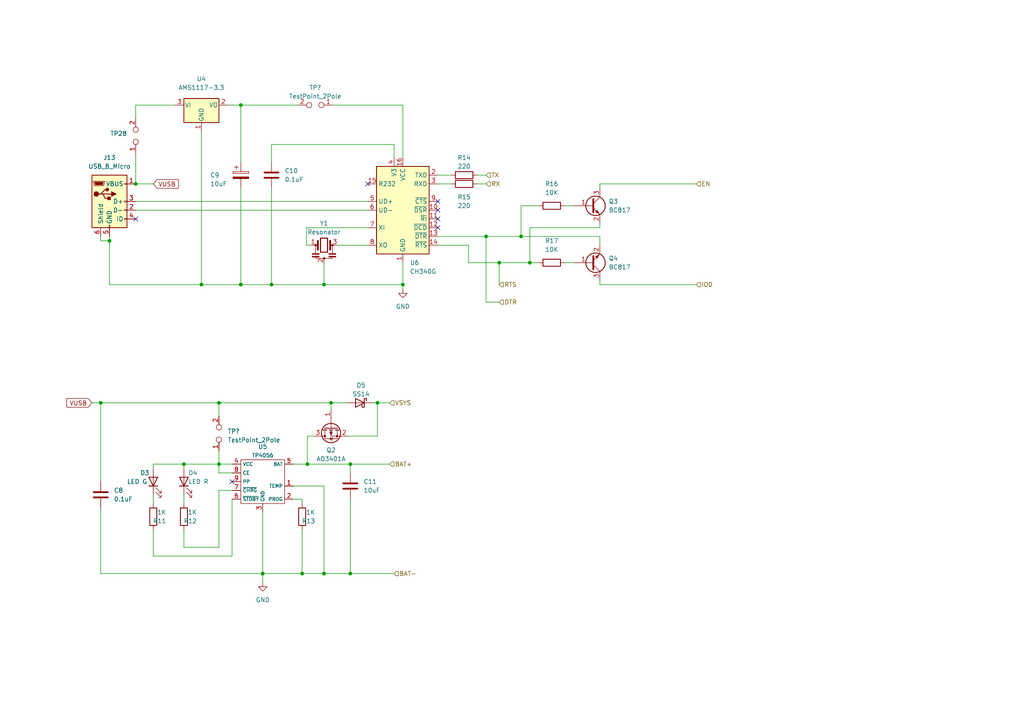
<source format=kicad_sch>
(kicad_sch (version 20230121) (generator eeschema)
  (paper "A4")
  (lib_symbols
    (symbol "Connector:TestPoint_2Pole" (pin_names (offset 0.762) hide)
      (property "Reference" "TP" (at 0 1.524 0))
      (property "Value" "TestPoint_2Pole" (at 0 -1.778 0))
      (symbol "TestPoint_2Pole_0_1"
        (circle (center -1.778 0) (radius 0.762))
        (circle (center 1.778 0) (radius 0.762))
        (pin passive line (at -5.08 0 0) (length 2.54) (name "1") (number "1"))
        (pin passive line (at 5.08 0 180) (length 2.54) (name "2") (number "2"))
      )
    )
    (symbol "Connector:USB_B_Micro" (pin_names (offset 1.016))
      (property "Reference" "J" (at -5.08 11.43 0))
      (property "Value" "USB_B_Micro" (at -5.08 8.89 0))
      (symbol "USB_B_Micro_0_1"
        (rectangle (start -5.08 -7.62) (end 5.08 7.62) (stroke (width 0.254)) (fill (type background)))
        (circle (center -3.81 2.159) (radius 0.635) (stroke (width 0.254)) (fill (type outline)))
        (circle (center -0.635 3.429) (radius 0.381) (stroke (width 0.254)) (fill (type outline)))
        (rectangle (start -0.127 -7.62) (end 0.127 -6.858))
        (polyline (pts (xy -1.905 2.159) (xy 0.635 2.159)) (stroke (width 0.254)))
        (polyline (pts (xy -3.175 2.159) (xy -2.54 2.159) (xy -1.27 3.429) (xy -0.635 3.429)) (stroke (width 0.254)))
        (polyline (pts (xy -2.54 2.159) (xy -1.905 2.159) (xy -1.27 0.889) (xy 0 0.889)) (stroke (width 0.254)))
        (polyline (pts (xy 0.635 2.794) (xy 0.635 1.524) (xy 1.905 2.159) (xy 0.635 2.794)) (stroke (width 0.254)) (fill (type outline)))
        (polyline (pts (xy -4.318 5.588) (xy -1.778 5.588) (xy -2.032 4.826) (xy -4.064 4.826) (xy -4.318 5.588)) (fill (type outline)))
        (polyline (pts (xy -4.699 5.842) (xy -4.699 5.588) (xy -4.445 4.826) (xy -4.445 4.572) (xy -1.651 4.572) (xy -1.651 4.826) (xy -1.397 5.588) (xy -1.397 5.842) (xy -4.699 5.842)))
        (rectangle (start 0.254 1.27) (end -0.508 0.508) (stroke (width 0.254)) (fill (type outline)))
        (rectangle (start 5.08 -5.207) (end 4.318 -4.953))
        (rectangle (start 5.08 -2.667) (end 4.318 -2.413))
        (rectangle (start 5.08 -0.127) (end 4.318 0.127))
        (rectangle (start 5.08 4.953) (end 4.318 5.207))
      )
      (symbol "USB_B_Micro_1_1"
        (pin power_out line (at 7.62 5.08 180) (length 2.54) (name "VBUS") (number "1"))
        (pin bidirectional line (at 7.62 -2.54 180) (length 2.54) (name "D-") (number "2"))
        (pin bidirectional line (at 7.62 0 180) (length 2.54) (name "D+") (number "3"))
        (pin passive line (at 7.62 -5.08 180) (length 2.54) (name "ID") (number "4"))
        (pin power_out line (at 0 -10.16 90) (length 2.54) (name "GND") (number "5"))
        (pin passive line (at -2.54 -10.16 90) (length 2.54) (name "Shield") (number "6"))
      )
    )
    (symbol "Device:C" (pin_numbers hide) (pin_names (offset 0.254))
      (property "Reference" "C" (at 0.635 2.54 0))
      (property "Value" "C" (at 0.635 -2.54 0))
      (symbol "C_0_1"
        (polyline (pts (xy -2.032 -0.762) (xy 2.032 -0.762)) (stroke (width 0.508)))
        (polyline (pts (xy -2.032 0.762) (xy 2.032 0.762)) (stroke (width 0.508)))
      )
      (symbol "C_1_1"
        (pin passive line (at 0 3.81 270) (length 2.794) (name "~") (number "1"))
        (pin passive line (at 0 -3.81 90) (length 2.794) (name "~") (number "2"))
      )
    )
    (symbol "Device:C_Polarized" (pin_numbers hide) (pin_names (offset 0.254))
      (property "Reference" "C" (at 0.635 2.54 0))
      (property "Value" "C_Polarized" (at 0.635 -2.54 0))
      (symbol "C_Polarized_0_1"
        (rectangle (start -2.286 0.508) (end 2.286 1.016))
        (polyline (pts (xy -1.778 2.286) (xy -0.762 2.286)))
        (polyline (pts (xy -1.27 2.794) (xy -1.27 1.778)))
        (rectangle (start 2.286 -0.508) (end -2.286 -1.016) (fill (type outline)))
      )
      (symbol "C_Polarized_1_1"
        (pin passive line (at 0 3.81 270) (length 2.794) (name "~") (number "1"))
        (pin passive line (at 0 -3.81 90) (length 2.794) (name "~") (number "2"))
      )
    )
    (symbol "Device:LED" (pin_numbers hide) (pin_names (offset 1.016) hide)
      (property "Reference" "D" (at 0 2.54 0))
      (property "Value" "LED" (at 0 -2.54 0))
      (symbol "LED_0_1"
        (polyline (pts (xy -1.27 -1.27) (xy -1.27 1.27)) (stroke (width 0.254)))
        (polyline (pts (xy -1.27 0) (xy 1.27 0)))
        (polyline (pts (xy 1.27 -1.27) (xy 1.27 1.27) (xy -1.27 0) (xy 1.27 -1.27)) (stroke (width 0.254)))
        (polyline (pts (xy -3.048 -0.762) (xy -4.572 -2.286) (xy -3.81 -2.286) (xy -4.572 -2.286) (xy -4.572 -1.524)))
        (polyline (pts (xy -1.778 -0.762) (xy -3.302 -2.286) (xy -2.54 -2.286) (xy -3.302 -2.286) (xy -3.302 -1.524)))
      )
      (symbol "LED_1_1"
        (pin passive line (at -3.81 0 0) (length 2.54) (name "K") (number "1"))
        (pin passive line (at 3.81 0 180) (length 2.54) (name "A") (number "2"))
      )
    )
    (symbol "Device:R" (pin_numbers hide) (pin_names (offset 0))
      (property "Reference" "R" (at 2.032 0 90))
      (property "Value" "R" (at 0 0 90))
      (symbol "R_0_1"
        (rectangle (start -1.016 -2.54) (end 1.016 2.54) (stroke (width 0.254)))
      )
      (symbol "R_1_1"
        (pin passive line (at 0 3.81 270) (length 1.27) (name "~") (number "1"))
        (pin passive line (at 0 -3.81 90) (length 1.27) (name "~") (number "2"))
      )
    )
    (symbol "Device:Resonator" (pin_names (offset 1.016) hide)
      (property "Reference" "Y" (at 0 5.715 0))
      (property "Value" "Resonator" (at 0 3.81 0))
      (symbol "Resonator_0_1"
        (rectangle (start -3.429 -3.175) (end -1.397 -3.429) (fill (type outline)))
        (rectangle (start -3.429 -2.413) (end -1.397 -2.667) (fill (type outline)))
        (circle (center -2.413 0) (radius 0.254) (fill (type outline)))
        (rectangle (start -1.016 2.032) (end 1.016 -2.032) (stroke (width 0.3048)))
        (circle (center 0 -3.81) (radius 0.254) (fill (type outline)))
        (polyline (pts (xy -2.413 -2.413) (xy -2.413 0)))
        (polyline (pts (xy -1.905 0) (xy -3.175 0)))
        (polyline (pts (xy -1.778 -1.27) (xy -1.778 1.27)) (stroke (width 0.508)))
        (polyline (pts (xy 1.778 -1.27) (xy 1.778 1.27)) (stroke (width 0.508)))
        (polyline (pts (xy 1.905 0) (xy 2.54 0)))
        (polyline (pts (xy 2.413 0) (xy 2.413 -2.54)))
        (polyline (pts (xy 2.413 -3.302) (xy 2.413 -3.81) (xy -2.413 -3.81) (xy -2.413 -3.302)))
        (rectangle (start 1.397 -3.175) (end 3.429 -3.429) (fill (type outline)))
        (rectangle (start 1.397 -2.413) (end 3.429 -2.667) (fill (type outline)))
        (circle (center 2.413 0) (radius 0.254) (fill (type outline)))
      )
      (symbol "Resonator_1_1"
        (pin passive line (at -3.81 0 0) (length 1.27) (name "1") (number "1"))
        (pin passive line (at 0 -5.08 90) (length 1.27) (name "2") (number "2"))
        (pin passive line (at 3.81 0 180) (length 1.27) (name "3") (number "3"))
      )
    )
    (symbol "Diode:1N5819" (pin_numbers hide) (pin_names (offset 1.016) hide)
      (property "Reference" "D" (at 0 2.54 0))
      (property "Value" "1N5819" (at 0 -2.54 0))
      (symbol "1N5819_0_1"
        (polyline (pts (xy 1.27 0) (xy -1.27 0)))
        (polyline (pts (xy 1.27 1.27) (xy 1.27 -1.27) (xy -1.27 0) (xy 1.27 1.27)) (stroke (width 0.254)))
        (polyline (pts (xy -1.905 0.635) (xy -1.905 1.27) (xy -1.27 1.27) (xy -1.27 -1.27) (xy -0.635 -1.27) (xy -0.635 -0.635)) (stroke (width 0.254)))
      )
      (symbol "1N5819_1_1"
        (pin passive line (at -3.81 0 0) (length 2.54) (name "K") (number "1"))
        (pin passive line (at 3.81 0 180) (length 2.54) (name "A") (number "2"))
      )
    )
    (symbol "Interface_USB:CH340G"
      (property "Reference" "U" (at -5.08 13.97 0))
      (property "Value" "CH340G" (at 1.27 13.97 0))
      (symbol "CH340G_0_1"
        (rectangle (start -7.62 12.7) (end 7.62 -12.7) (stroke (width 0.254)) (fill (type background)))
      )
      (symbol "CH340G_1_1"
        (pin power_in line (at 0 -15.24 90) (length 2.54) (name "GND") (number "1"))
        (pin input line (at 10.16 0 180) (length 2.54) (name "~{DSR}") (number "10"))
        (pin input line (at 10.16 -2.54 180) (length 2.54) (name "~{RI}") (number "11"))
        (pin input line (at 10.16 -5.08 180) (length 2.54) (name "~{DCD}") (number "12"))
        (pin output line (at 10.16 -7.62 180) (length 2.54) (name "~{DTR}") (number "13"))
        (pin output line (at 10.16 -10.16 180) (length 2.54) (name "~{RTS}") (number "14"))
        (pin input line (at -10.16 7.62 0) (length 2.54) (name "R232") (number "15"))
        (pin power_in line (at 0 15.24 270) (length 2.54) (name "VCC") (number "16"))
        (pin output line (at 10.16 10.16 180) (length 2.54) (name "TXD") (number "2"))
        (pin input line (at 10.16 7.62 180) (length 2.54) (name "RXD") (number "3"))
        (pin passive line (at -2.54 15.24 270) (length 2.54) (name "V3") (number "4"))
        (pin bidirectional line (at -10.16 2.54 0) (length 2.54) (name "UD+") (number "5"))
        (pin bidirectional line (at -10.16 0 0) (length 2.54) (name "UD-") (number "6"))
        (pin input line (at -10.16 -5.08 0) (length 2.54) (name "XI") (number "7"))
        (pin output line (at -10.16 -10.16 0) (length 2.54) (name "XO") (number "8"))
        (pin input line (at 10.16 2.54 180) (length 2.54) (name "~{CTS}") (number "9"))
      )
    )
    (symbol "Regulator_Linear:AMS1117-3.3" (pin_names (offset 0.254))
      (property "Reference" "U" (at -3.81 3.175 0))
      (property "Value" "AMS1117-3.3" (at 0 3.175 0))
      (symbol "AMS1117-3.3_0_1"
        (rectangle (start -5.08 -5.08) (end 5.08 1.905) (stroke (width 0.254)) (fill (type background)))
      )
      (symbol "AMS1117-3.3_1_1"
        (pin power_in line (at 0 -7.62 90) (length 2.54) (name "GND") (number "1"))
        (pin power_out line (at 7.62 0 180) (length 2.54) (name "VO") (number "2"))
        (pin power_in line (at -7.62 0 0) (length 2.54) (name "VI") (number "3"))
      )
    )
    (symbol "Transistor_BJT:BC817" (pin_names (offset 0) hide)
      (property "Reference" "Q" (at 5.08 1.905 0))
      (property "Value" "BC817" (at 5.08 0 0))
      (symbol "BC817_0_1"
        (polyline (pts (xy 0.635 0.635) (xy 2.54 2.54)))
        (polyline (pts (xy 0.635 -0.635) (xy 2.54 -2.54) (xy 2.54 -2.54)))
        (polyline (pts (xy 0.635 1.905) (xy 0.635 -1.905) (xy 0.635 -1.905)) (stroke (width 0.508)))
        (polyline (pts (xy 1.27 -1.778) (xy 1.778 -1.27) (xy 2.286 -2.286) (xy 1.27 -1.778) (xy 1.27 -1.778)) (fill (type outline)))
        (circle (center 1.27 0) (radius 2.8194) (stroke (width 0.254)))
      )
      (symbol "BC817_1_1"
        (pin input line (at -5.08 0 0) (length 5.715) (name "B") (number "1"))
        (pin passive line (at 2.54 -5.08 90) (length 2.54) (name "E") (number "2"))
        (pin passive line (at 2.54 5.08 270) (length 2.54) (name "C") (number "3"))
      )
    )
    (symbol "Transistor_FET:AO3401A" (pin_names hide)
      (property "Reference" "Q" (at 5.08 1.905 0))
      (property "Value" "AO3401A" (at 5.08 0 0))
      (symbol "AO3401A_0_1"
        (polyline (pts (xy 0.254 0) (xy -2.54 0)))
        (polyline (pts (xy 0.254 1.905) (xy 0.254 -1.905)) (stroke (width 0.254)))
        (polyline (pts (xy 0.762 -1.27) (xy 0.762 -2.286)) (stroke (width 0.254)))
        (polyline (pts (xy 0.762 0.508) (xy 0.762 -0.508)) (stroke (width 0.254)))
        (polyline (pts (xy 0.762 2.286) (xy 0.762 1.27)) (stroke (width 0.254)))
        (polyline (pts (xy 2.54 2.54) (xy 2.54 1.778)))
        (polyline (pts (xy 2.54 -2.54) (xy 2.54 0) (xy 0.762 0)))
        (polyline (pts (xy 0.762 1.778) (xy 3.302 1.778) (xy 3.302 -1.778) (xy 0.762 -1.778)))
        (polyline (pts (xy 2.286 0) (xy 1.27 0.381) (xy 1.27 -0.381) (xy 2.286 0)) (fill (type outline)))
        (polyline (pts (xy 2.794 -0.508) (xy 2.921 -0.381) (xy 3.683 -0.381) (xy 3.81 -0.254)))
        (polyline (pts (xy 3.302 -0.381) (xy 2.921 0.254) (xy 3.683 0.254) (xy 3.302 -0.381)))
        (circle (center 1.651 0) (radius 2.794) (stroke (width 0.254)))
        (circle (center 2.54 -1.778) (radius 0.254) (fill (type outline)))
        (circle (center 2.54 1.778) (radius 0.254) (fill (type outline)))
      )
      (symbol "AO3401A_1_1"
        (pin input line (at -5.08 0 0) (length 2.54) (name "G") (number "1"))
        (pin passive line (at 2.54 -5.08 90) (length 2.54) (name "S") (number "2"))
        (pin passive line (at 2.54 5.08 270) (length 2.54) (name "D") (number "3"))
      )
    )
    (symbol "power:GND" (power) (pin_names (offset 0))
      (property "Value" "GND" (at 0 -3.81 0))
      (symbol "GND_0_1"
        (polyline (pts (xy 0 0) (xy 0 -1.27) (xy 1.27 -1.27) (xy 0 -2.54) (xy -1.27 -1.27) (xy 0 -1.27)))
      )
      (symbol "GND_1_1"
        (pin power_in line (at 0 0 270) (length 0) hide (name "GND") (number "1"))
      )
    )
    (symbol "tp4056:TP4056"
      (property "Reference" "U" (at 1.27 13.97 0))
      (property "Value" "TP4056" (at 8.89 13.97 0))
      (symbol "TP4056_0_1"
        (rectangle (start 0 12.7) (end 12.7 0))
      )
      (symbol "TP4056_1_1"
        (pin input line (at 15.24 5.08 180) (length 2.54) (name "TEMP") (number "1"))
        (pin input line (at 15.24 1.27 180) (length 2.54) (name "PROG") (number "2"))
        (pin input line (at 6.35 -2.54 90) (length 2.54) (name "GND") (number "3"))
        (pin input line (at -2.54 11.43 0) (length 2.54) (name "VCC") (number "4"))
        (pin input line (at 15.24 11.43 180) (length 2.54) (name "BAT") (number "5"))
        (pin input line (at -2.54 1.27 0) (length 2.54) (name "~{STDBY}") (number "6"))
        (pin input line (at -2.54 3.81 0) (length 2.54) (name "~{CHRG}") (number "7"))
        (pin input line (at -2.54 8.89 0) (length 2.54) (name "CE") (number "8"))
        (pin input line (at -2.54 6.35 0) (length 2.54) (name "PP") (number "9"))
      )
    )
  )
  (junction (at 140.97 68.58))
  (junction (at 101.6 134.62))
  (junction (at 63.5 116.84))
  (junction (at 53.34 134.62))
  (junction (at 153.67 76.2))
  (junction (at 116.84 82.55))
  (junction (at 63.5 134.62))
  (junction (at 96.012 116.84))
  (junction (at 78.74 82.55))
  (junction (at 144.78 76.2))
  (junction (at 87.63 166.37))
  (junction (at 31.75 69.85))
  (junction (at 109.474 116.84))
  (junction (at 29.21 116.84))
  (junction (at 39.37 53.34))
  (junction (at 101.6 166.37))
  (junction (at 93.98 166.37))
  (junction (at 69.85 82.55))
  (junction (at 93.98 82.55))
  (junction (at 151.13 68.58))
  (junction (at 69.85 30.48))
  (junction (at 76.2 166.37))
  (junction (at 89.154 134.62))
  (junction (at 58.42 82.55))
  (no_connect (at 127 63.5))
  (no_connect (at 127 58.42))
  (no_connect (at 127 66.04))
  (no_connect (at 127 60.96))
  (no_connect (at 67.31 139.7))
  (no_connect (at 39.37 63.5))
  (no_connect (at 106.68 53.34))
  (wire (pts (xy 138.43 53.34) (xy 140.97 53.34)))
  (wire (pts (xy 101.6 144.78) (xy 101.6 166.37)))
  (wire (pts (xy 173.99 81.28) (xy 173.99 82.55)))
  (wire (pts (xy 58.42 38.1) (xy 58.42 82.55)))
  (wire (pts (xy 63.5 120.65) (xy 63.5 116.84)))
  (wire (pts (xy 163.83 76.2) (xy 166.37 76.2)))
  (wire (pts (xy 26.67 116.84) (xy 29.21 116.84)))
  (wire (pts (xy 44.45 161.29) (xy 67.31 161.29)))
  (wire (pts (xy 31.75 82.55) (xy 58.42 82.55)))
  (wire (pts (xy 144.78 87.63) (xy 140.97 87.63)))
  (wire (pts (xy 140.97 87.63) (xy 140.97 68.58)))
  (wire (pts (xy 96.012 116.84) (xy 96.012 118.872)))
  (wire (pts (xy 101.6 166.37) (xy 93.98 166.37)))
  (wire (pts (xy 53.34 143.51) (xy 53.34 146.05)))
  (wire (pts (xy 173.99 54.61) (xy 173.99 53.34)))
  (wire (pts (xy 116.84 76.2) (xy 116.84 82.55)))
  (wire (pts (xy 173.99 53.34) (xy 201.93 53.34)))
  (wire (pts (xy 153.67 76.2) (xy 156.21 76.2)))
  (wire (pts (xy 78.74 41.91) (xy 78.74 46.99)))
  (wire (pts (xy 53.34 134.62) (xy 63.5 134.62)))
  (wire (pts (xy 69.85 82.55) (xy 78.74 82.55)))
  (wire (pts (xy 113.03 134.62) (xy 101.6 134.62)))
  (wire (pts (xy 87.63 144.78) (xy 87.63 146.05)))
  (wire (pts (xy 109.474 116.84) (xy 113.03 116.84)))
  (wire (pts (xy 88.9 66.04) (xy 88.9 71.12)))
  (wire (pts (xy 153.67 76.2) (xy 153.67 66.04)))
  (wire (pts (xy 151.13 59.69) (xy 156.21 59.69)))
  (wire (pts (xy 53.34 153.67) (xy 53.34 158.75)))
  (wire (pts (xy 116.84 82.55) (xy 116.84 83.82)))
  (wire (pts (xy 109.474 116.84) (xy 109.474 126.492)))
  (wire (pts (xy 39.37 58.42) (xy 106.68 58.42)))
  (wire (pts (xy 44.45 143.51) (xy 44.45 146.05)))
  (wire (pts (xy 96.52 30.48) (xy 116.84 30.48)))
  (wire (pts (xy 89.154 126.492) (xy 90.932 126.492)))
  (wire (pts (xy 67.31 161.29) (xy 67.31 144.78)))
  (wire (pts (xy 63.5 130.81) (xy 63.5 134.62)))
  (wire (pts (xy 63.5 134.62) (xy 67.31 134.62)))
  (wire (pts (xy 31.75 68.58) (xy 31.75 69.85)))
  (wire (pts (xy 151.13 68.58) (xy 173.99 68.58)))
  (wire (pts (xy 88.9 71.12) (xy 90.17 71.12)))
  (wire (pts (xy 135.89 76.2) (xy 144.78 76.2)))
  (wire (pts (xy 53.34 158.75) (xy 63.5 158.75)))
  (wire (pts (xy 76.2 166.37) (xy 76.2 168.91)))
  (wire (pts (xy 39.37 60.96) (xy 106.68 60.96)))
  (wire (pts (xy 93.98 140.97) (xy 85.09 140.97)))
  (wire (pts (xy 63.5 137.16) (xy 63.5 134.62)))
  (wire (pts (xy 108.204 116.84) (xy 109.474 116.84)))
  (wire (pts (xy 153.67 66.04) (xy 173.99 66.04)))
  (wire (pts (xy 44.45 153.67) (xy 44.45 161.29)))
  (wire (pts (xy 76.2 148.59) (xy 76.2 166.37)))
  (wire (pts (xy 101.6 166.37) (xy 114.3 166.37)))
  (wire (pts (xy 78.74 82.55) (xy 93.98 82.55)))
  (wire (pts (xy 87.63 166.37) (xy 93.98 166.37)))
  (wire (pts (xy 58.42 82.55) (xy 69.85 82.55)))
  (wire (pts (xy 97.79 71.12) (xy 106.68 71.12)))
  (wire (pts (xy 93.98 140.97) (xy 93.98 166.37)))
  (wire (pts (xy 29.21 69.85) (xy 31.75 69.85)))
  (wire (pts (xy 63.5 137.16) (xy 67.31 137.16)))
  (wire (pts (xy 29.21 116.84) (xy 63.5 116.84)))
  (wire (pts (xy 93.98 76.2) (xy 93.98 82.55)))
  (wire (pts (xy 85.09 134.62) (xy 89.154 134.62)))
  (wire (pts (xy 89.154 126.492) (xy 89.154 134.62)))
  (wire (pts (xy 173.99 82.55) (xy 201.93 82.55)))
  (wire (pts (xy 39.37 44.45) (xy 39.37 53.34)))
  (wire (pts (xy 44.45 135.89) (xy 44.45 134.62)))
  (wire (pts (xy 85.09 144.78) (xy 87.63 144.78)))
  (wire (pts (xy 87.63 153.67) (xy 87.63 166.37)))
  (wire (pts (xy 29.21 116.84) (xy 29.21 139.7)))
  (wire (pts (xy 63.5 158.75) (xy 63.5 142.24)))
  (wire (pts (xy 53.34 135.89) (xy 53.34 134.62)))
  (wire (pts (xy 31.75 69.85) (xy 31.75 82.55)))
  (wire (pts (xy 93.98 82.55) (xy 116.84 82.55)))
  (wire (pts (xy 29.21 147.32) (xy 29.21 166.37)))
  (wire (pts (xy 63.5 116.84) (xy 96.012 116.84)))
  (wire (pts (xy 88.9 66.04) (xy 106.68 66.04)))
  (wire (pts (xy 127 53.34) (xy 130.81 53.34)))
  (wire (pts (xy 39.37 53.34) (xy 44.45 53.34)))
  (wire (pts (xy 29.21 68.58) (xy 29.21 69.85)))
  (wire (pts (xy 151.13 68.58) (xy 151.13 59.69)))
  (wire (pts (xy 89.154 134.62) (xy 101.6 134.62)))
  (wire (pts (xy 44.45 134.62) (xy 53.34 134.62)))
  (wire (pts (xy 76.2 166.37) (xy 87.63 166.37)))
  (wire (pts (xy 29.21 166.37) (xy 76.2 166.37)))
  (wire (pts (xy 144.78 76.2) (xy 144.78 82.55)))
  (wire (pts (xy 140.97 68.58) (xy 151.13 68.58)))
  (wire (pts (xy 138.43 50.8) (xy 140.97 50.8)))
  (wire (pts (xy 78.74 54.61) (xy 78.74 82.55)))
  (wire (pts (xy 69.85 54.61) (xy 69.85 82.55)))
  (wire (pts (xy 116.84 30.48) (xy 116.84 45.72)))
  (wire (pts (xy 163.83 59.69) (xy 166.37 59.69)))
  (wire (pts (xy 173.99 68.58) (xy 173.99 71.12)))
  (wire (pts (xy 100.584 116.84) (xy 96.012 116.84)))
  (wire (pts (xy 101.6 134.62) (xy 101.6 137.16)))
  (wire (pts (xy 66.04 30.48) (xy 69.85 30.48)))
  (wire (pts (xy 135.89 71.12) (xy 135.89 76.2)))
  (wire (pts (xy 101.092 126.492) (xy 109.474 126.492)))
  (wire (pts (xy 69.85 30.48) (xy 69.85 46.99)))
  (wire (pts (xy 39.37 30.48) (xy 39.37 34.29)))
  (wire (pts (xy 173.99 66.04) (xy 173.99 64.77)))
  (wire (pts (xy 78.74 41.91) (xy 114.3 41.91)))
  (wire (pts (xy 127 50.8) (xy 130.81 50.8)))
  (wire (pts (xy 127 71.12) (xy 135.89 71.12)))
  (wire (pts (xy 69.85 30.48) (xy 86.36 30.48)))
  (wire (pts (xy 144.78 76.2) (xy 153.67 76.2)))
  (wire (pts (xy 114.3 41.91) (xy 114.3 45.72)))
  (wire (pts (xy 50.8 30.48) (xy 39.37 30.48)))
  (wire (pts (xy 127 68.58) (xy 140.97 68.58)))
  (wire (pts (xy 63.5 142.24) (xy 67.31 142.24)))
  (global_label "VUSB" (shape input) (at 44.45 53.34 0) (property "Intersheetrefs" "${INTERSHEET_REFS}" (effects hide)))
  (global_label "VUSB" (shape input) (at 26.67 116.84 180) (property "Intersheetrefs" "${INTERSHEET_REFS}" (effects hide)))
  (hierarchical_label "BAT-" (shape input) (at 114.3 166.37 0))
  (hierarchical_label "RTS" (shape input) (at 144.78 82.55 0))
  (hierarchical_label "BAT+" (shape input) (at 113.03 134.62 0))
  (hierarchical_label "DTR" (shape input) (at 144.78 87.63 0))
  (hierarchical_label "RX" (shape input) (at 140.97 53.34 0))
  (hierarchical_label "EN" (shape input) (at 201.93 53.34 0))
  (hierarchical_label "VSYS" (shape input) (at 113.03 116.84 0))
  (hierarchical_label "IO0" (shape input) (at 201.93 82.55 0))
  (hierarchical_label "TX" (shape input) (at 140.97 50.8 0))
  (symbol (lib_id "power:GND") (at 116.84 83.82 0) (unit 1)
    (property "Reference" "#PWR022" (effects hide))
    (property "Value" "GND" (at 116.84 88.9 0))
  )
  (symbol (lib_id "Transistor_BJT:BC817") (at 171.45 76.2 0) (mirror x) (unit 1)
    (property "Reference" "Q4" (at 176.53 74.9299 0) (effects (justify left)))
    (property "Value" "BC817" (at 176.53 77.4699 0) (effects (justify left)))
    (property "Footprint" "Package_TO_SOT_SMD:SOT-23" (effects hide))
    (property "Datasheet" "https://www.onsemi.com/pub/Collateral/BC818-D.pdf" (effects hide))
  )
  (symbol (lib_id "tp4056:TP4056") (at 69.85 146.05 0) (unit 1)
    (property "Reference" "U5" (at 76.2 129.54 0))
    (property "Value" "TP4056" (at 76.2 132.08 0) (effects (font (size 1.1 1.1))))
    (property "Footprint" "Package_SO:SOIC-8-1EP_3.9x4.9mm_P1.27mm_EP2.29x3mm" (effects hide))
  )
  (symbol (lib_id "Transistor_BJT:BC817") (at 171.45 59.69 0) (unit 1)
    (property "Reference" "Q3" (at 176.53 58.4199 0) (effects (justify left)))
    (property "Value" "BC817" (at 176.53 60.9599 0) (effects (justify left)))
    (property "Footprint" "Package_TO_SOT_SMD:SOT-23" (effects hide))
    (property "Datasheet" "https://www.onsemi.com/pub/Collateral/BC818-D.pdf" (effects hide))
  )
  (symbol (lib_id "Device:R") (at 134.62 50.8 90) (unit 1)
    (property "Reference" "R14" (at 134.62 45.72 90))
    (property "Value" "220" (at 134.62 48.26 90))
    (property "Footprint" "Resistor_SMD:R_0603_1608Metric_Pad0.98x0.95mm_HandSolder" (effects hide))
  )
  (symbol (lib_id "Device:R") (at 160.02 59.69 90) (unit 1)
    (property "Reference" "R16" (at 160.02 53.34 90))
    (property "Value" "10K" (at 160.02 55.88 90))
    (property "Footprint" "Resistor_SMD:R_0603_1608Metric_Pad0.98x0.95mm_HandSolder" (effects hide))
  )
  (symbol (lib_id "Interface_USB:CH340G") (at 116.84 60.96 0) (unit 1)
    (property "Reference" "U6" (at 118.8594 76.2 0) (effects (justify left)))
    (property "Value" "CH340G" (at 118.8594 78.74 0) (effects (justify left)))
    (property "Footprint" "Package_SO:SOIC-16_3.9x9.9mm_P1.27mm" (effects hide))
    (property "Datasheet" "http://www.datasheet5.com/pdf-local-2195953" (effects hide))
  )
  (symbol (lib_id "Device:R") (at 87.63 149.86 180) (unit 1)
    (property "Reference" "R13" (at 91.44 151.13 0) (effects (justify left)))
    (property "Value" "1K" (at 91.44 148.59 0) (effects (justify left)))
    (property "Footprint" "Resistor_SMD:R_0603_1608Metric_Pad0.98x0.95mm_HandSolder" (effects hide))
  )
  (symbol (lib_id "Diode:1N5819") (at 104.394 116.84 0) (mirror y) (unit 1)
    (property "Reference" "D5" (at 104.7115 111.76 0))
    (property "Value" "SS14" (at 104.7115 114.3 0))
    (property "Footprint" "Diode_SMD:D_SMA_Handsoldering" (effects hide))
    (property "Datasheet" "http://www.vishay.com/docs/88525/1n5817.pdf" (effects hide))
  )
  (symbol (lib_id "Device:R") (at 53.34 149.86 180) (unit 1)
    (property "Reference" "R12" (at 57.15 151.13 0) (effects (justify left)))
    (property "Value" "1K" (at 57.15 148.59 0) (effects (justify left)))
    (property "Footprint" "Resistor_SMD:R_0603_1608Metric_Pad0.98x0.95mm_HandSolder" (effects hide))
  )
  (symbol (lib_id "Connector:TestPoint_2Pole") (at 39.37 39.37 270) (mirror x) (unit 1)
    (property "Reference" "TP28" (at 36.83 38.735 90) (effects (justify right)))
    (property "Value" "TestPoint_2Pole" (effects hide))
    (property "Footprint" "TestPoint:TestPoint_2Pads_Pitch2.54mm_Drill0.8mm" (effects hide))
  )
  (symbol (lib_id "Device:C") (at 29.21 143.51 0) (unit 1)
    (property "Reference" "C8" (at 33.02 142.2399 0) (effects (justify left)))
    (property "Value" "0.1uF" (at 33.02 144.7799 0) (effects (justify left)))
    (property "Footprint" "Capacitor_SMD:C_0603_1608Metric_Pad1.08x0.95mm_HandSolder" (effects hide))
  )
  (symbol (lib_id "Regulator_Linear:AMS1117-3.3") (at 58.42 30.48 0) (unit 1)
    (property "Reference" "U4" (at 58.42 22.86 0))
    (property "Value" "AMS1117-3.3" (at 58.42 25.4 0))
    (property "Footprint" "Package_TO_SOT_SMD:SOT-223-3_TabPin2" (effects hide))
    (property "Datasheet" "http://www.advanced-monolithic.com/pdf/ds1117.pdf" (effects hide))
  )
  (symbol (lib_id "Connector:TestPoint_2Pole") (at 91.44 30.48 180) (unit 1)
    (property "Reference" "TP?" (at 91.44 25.4 0))
    (property "Value" "TestPoint_2Pole" (at 91.44 27.94 0))
    (property "Footprint" "TestPoint:TestPoint_2Pads_Pitch2.54mm_Drill0.8mm" (effects hide))
    (instances (project "automatic_irrigation_project" (path "" (reference "TP?") (unit 1)) (path "" (reference "TP30") (unit 1))))
  )
  (symbol (lib_id "Transistor_FET:AO3401A") (at 96.012 123.952 90) (mirror x) (unit 1)
    (property "Reference" "Q2" (at 96.012 130.556 90))
    (property "Value" "AO3401A" (at 96.012 133.096 90))
    (property "Footprint" "Package_TO_SOT_SMD:SOT-23" (effects hide))
    (property "Datasheet" "http://www.aosmd.com/pdfs/datasheet/AO3401A.pdf" (effects hide))
  )
  (symbol (lib_id "Device:LED") (at 44.45 139.7 90) (unit 1)
    (property "Reference" "D3" (at 40.64 137.16 90) (effects (justify right)))
    (property "Value" "LED G" (at 36.83 139.7 90) (effects (justify right)))
    (property "Footprint" "LED_SMD:LED_0603_1608Metric_Pad1.05x0.95mm_HandSolder" (effects hide))
  )
  (symbol (lib_id "Device:LED") (at 53.34 139.7 90) (unit 1)
    (property "Reference" "D4" (at 54.61 137.16 90) (effects (justify right)))
    (property "Value" "LED R" (at 54.61 139.7 90) (effects (justify right)))
    (property "Footprint" "LED_SMD:LED_0603_1608Metric_Pad1.05x0.95mm_HandSolder" (effects hide))
  )
  (symbol (lib_id "Device:C_Polarized") (at 69.85 50.8 0) (unit 1)
    (property "Reference" "C9" (at 60.96 50.8 0) (effects (justify left)))
    (property "Value" "10uF" (at 60.96 53.34 0) (effects (justify left)))
    (property "Footprint" "Capacitor_SMD:C_0603_1608Metric_Pad1.08x0.95mm_HandSolder" (effects hide))
  )
  (symbol (lib_id "Device:R") (at 134.62 53.34 90) (unit 1)
    (property "Reference" "R15" (at 134.62 57.15 90))
    (property "Value" "220" (at 134.62 59.69 90))
    (property "Footprint" "Resistor_SMD:R_0603_1608Metric_Pad0.98x0.95mm_HandSolder" (effects hide))
  )
  (symbol (lib_id "Device:C") (at 78.74 50.8 0) (unit 1)
    (property "Reference" "C10" (at 82.55 49.5299 0) (effects (justify left)))
    (property "Value" "0.1uF" (at 82.55 52.0699 0) (effects (justify left)))
    (property "Footprint" "Capacitor_SMD:C_0603_1608Metric_Pad1.08x0.95mm_HandSolder" (effects hide))
  )
  (symbol (lib_id "Connector:TestPoint_2Pole") (at 63.5 125.73 90) (unit 1)
    (property "Reference" "TP?" (at 66.04 125.095 90) (effects (justify right)))
    (property "Value" "TestPoint_2Pole" (at 66.04 127.635 90) (effects (justify right)))
    (property "Footprint" "TestPoint:TestPoint_2Pads_Pitch2.54mm_Drill0.8mm" (effects hide))
    (instances (project "automatic_irrigation_project" (path "" (reference "TP?") (unit 1)) (path "" (reference "TP29") (unit 1))))
  )
  (symbol (lib_id "Device:R") (at 160.02 76.2 90) (unit 1)
    (property "Reference" "R17" (at 160.02 69.85 90))
    (property "Value" "10K" (at 160.02 72.39 90))
    (property "Footprint" "Resistor_SMD:R_0603_1608Metric_Pad0.98x0.95mm_HandSolder" (effects hide))
  )
  (symbol (lib_id "Device:Resonator") (at 93.98 71.12 0) (unit 1)
    (property "Reference" "Y1" (at 93.98 64.77 0))
    (property "Value" "Resonator" (at 93.98 67.31 0))
    (property "Footprint" "Crystal:Resonator_SMD_Murata_CSTxExxV-3Pin_3.0x1.1mm_HandSoldering" (effects hide))
  )
  (symbol (lib_id "Device:R") (at 44.45 149.86 180) (unit 1)
    (property "Reference" "R11" (at 48.26 151.13 0) (effects (justify left)))
    (property "Value" "1K" (at 48.26 148.59 0) (effects (justify left)))
    (property "Footprint" "Resistor_SMD:R_0603_1608Metric_Pad0.98x0.95mm_HandSolder" (effects hide))
  )
  (symbol (lib_id "Connector:USB_B_Micro") (at 31.75 58.42 0) (unit 1)
    (property "Reference" "J13" (at 31.75 45.72 0))
    (property "Value" "USB_B_Micro" (at 31.75 48.26 0))
    (property "Footprint" "Connector_USB:USB_Micro-B_Molex-105017-0001" (effects hide))
  )
  (symbol (lib_id "power:GND") (at 76.2 168.91 0) (unit 1)
    (property "Reference" "#PWR021" (effects hide))
    (property "Value" "GND" (at 76.2 173.99 0))
  )
  (symbol (lib_id "Device:C") (at 101.6 140.97 0) (unit 1)
    (property "Reference" "C11" (at 105.41 139.6999 0) (effects (justify left)))
    (property "Value" "10uF" (at 105.41 142.2399 0) (effects (justify left)))
    (property "Footprint" "Capacitor_SMD:C_0603_1608Metric_Pad1.08x0.95mm_HandSolder" (effects hide))
  )
)
</source>
